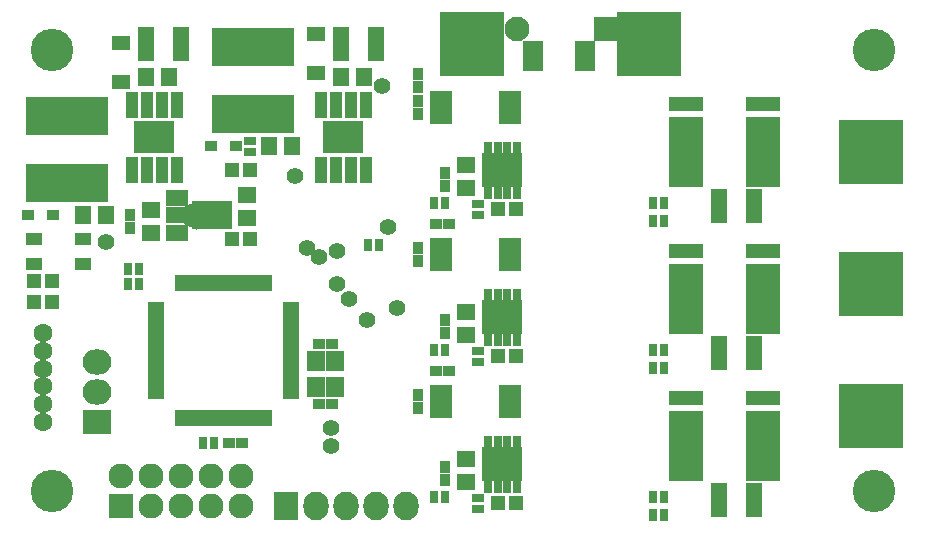
<source format=gts>
G04 #@! TF.FileFunction,Soldermask,Top*
%FSLAX46Y46*%
G04 Gerber Fmt 4.6, Leading zero omitted, Abs format (unit mm)*
G04 Created by KiCad (PCBNEW 4.0.4-stable) date Monday 19 December 2016 21:20:12*
%MOMM*%
%LPD*%
G01*
G04 APERTURE LIST*
%ADD10C,0.100000*%
%ADD11C,1.400000*%
%ADD12C,3.600000*%
%ADD13R,2.100000X2.100000*%
%ADD14C,2.100000*%
%ADD15R,5.400000X5.400000*%
%ADD16R,1.000000X0.800000*%
%ADD17R,1.000000X0.900000*%
%ADD18R,1.400000X2.900000*%
%ADD19R,1.200000X1.150000*%
%ADD20R,1.650000X1.400000*%
%ADD21R,0.900000X1.000000*%
%ADD22R,1.400000X1.650000*%
%ADD23R,1.197560X1.197560*%
%ADD24R,1.800000X2.500000*%
%ADD25R,1.620000X1.310000*%
%ADD26R,0.990000X0.850000*%
%ADD27R,7.000000X3.250000*%
%ADD28R,2.432000X2.127200*%
%ADD29O,2.432000X2.127200*%
%ADD30R,2.127200X2.127200*%
%ADD31O,2.127200X2.127200*%
%ADD32R,2.127200X2.432000*%
%ADD33O,2.127200X2.432000*%
%ADD34R,0.800000X1.000000*%
%ADD35R,1.450000X1.050000*%
%ADD36R,1.400000X0.650000*%
%ADD37R,0.650000X1.400000*%
%ADD38R,0.750000X1.050000*%
%ADD39R,3.400000X3.000000*%
%ADD40R,1.850000X0.850000*%
%ADD41R,1.010000X2.310000*%
%ADD42R,1.950000X1.605000*%
%ADD43R,1.901140X1.400760*%
%ADD44R,3.399740X2.398980*%
%ADD45R,1.600000X1.800000*%
%ADD46R,2.838400X5.988000*%
%ADD47R,2.838400X1.289000*%
%ADD48C,1.600000*%
G04 APERTURE END LIST*
D10*
D11*
X154432000Y-131826000D03*
X152908000Y-144272000D03*
X153416000Y-130556000D03*
X151892000Y-128270000D03*
X133858000Y-127000000D03*
X149860000Y-121412000D03*
X152908000Y-142748000D03*
X150876000Y-127508000D03*
X157734000Y-125730000D03*
X153416000Y-127762000D03*
X158496000Y-132588000D03*
X155956000Y-133604000D03*
X157226000Y-113792000D03*
D12*
X129286000Y-148082000D03*
X198882000Y-110744000D03*
X129286000Y-110744000D03*
D13*
X176156000Y-108966000D03*
D14*
X168656000Y-108966000D03*
D15*
X164846000Y-110236000D03*
X179832000Y-110236000D03*
D16*
X165354000Y-123756000D03*
X165354000Y-124656000D03*
D17*
X144230000Y-144018000D03*
X145330000Y-144018000D03*
D18*
X188698000Y-148844000D03*
X185698000Y-148844000D03*
D17*
X152950000Y-135636000D03*
X151850000Y-135636000D03*
X151850000Y-140716000D03*
X152950000Y-140716000D03*
D19*
X146038000Y-126746000D03*
X144538000Y-126746000D03*
D20*
X164338000Y-145304000D03*
X164338000Y-147304000D03*
X164338000Y-132858000D03*
X164338000Y-134858000D03*
X164338000Y-120412000D03*
X164338000Y-122412000D03*
D21*
X162560000Y-146008000D03*
X162560000Y-147108000D03*
X162560000Y-133562000D03*
X162560000Y-134662000D03*
X162560000Y-121116000D03*
X162560000Y-122216000D03*
D19*
X168517000Y-149098000D03*
X167017000Y-149098000D03*
X168517000Y-136652000D03*
X167017000Y-136652000D03*
X168517000Y-124206000D03*
X167017000Y-124206000D03*
D18*
X188698000Y-136398000D03*
X185698000Y-136398000D03*
X188698000Y-123952000D03*
X185698000Y-123952000D03*
D17*
X162856000Y-137922000D03*
X161756000Y-137922000D03*
D21*
X160274000Y-139912000D03*
X160274000Y-141012000D03*
D17*
X162856000Y-125476000D03*
X161756000Y-125476000D03*
D21*
X160274000Y-127466000D03*
X160274000Y-128566000D03*
X160274000Y-112734000D03*
X160274000Y-113834000D03*
X160274000Y-115020000D03*
X160274000Y-116120000D03*
D18*
X156694000Y-110236000D03*
X153694000Y-110236000D03*
X140184000Y-110236000D03*
X137184000Y-110236000D03*
D22*
X155686000Y-113030000D03*
X153686000Y-113030000D03*
X139176000Y-113030000D03*
X137176000Y-113030000D03*
D20*
X137668000Y-126222000D03*
X137668000Y-124222000D03*
D21*
X135890000Y-125772000D03*
X135890000Y-124672000D03*
D20*
X145796000Y-124952000D03*
X145796000Y-122952000D03*
D22*
X133842000Y-124714000D03*
X131842000Y-124714000D03*
X149590000Y-118872000D03*
X147590000Y-118872000D03*
D23*
X129273300Y-132080000D03*
X127774700Y-132080000D03*
X129273300Y-130302000D03*
X127774700Y-130302000D03*
D24*
X170012000Y-111252000D03*
X174412000Y-111252000D03*
D25*
X135128000Y-113395000D03*
X135128000Y-110125000D03*
X151638000Y-112633000D03*
X151638000Y-109363000D03*
D26*
X144819000Y-118872000D03*
X142709000Y-118872000D03*
X129325000Y-124714000D03*
X127215000Y-124714000D03*
D23*
X146037300Y-120904000D03*
X144538700Y-120904000D03*
D27*
X130556000Y-121951000D03*
X130556000Y-116301000D03*
X146304000Y-116109000D03*
X146304000Y-110459000D03*
D28*
X133096000Y-142240000D03*
D29*
X133096000Y-139700000D03*
X133096000Y-137160000D03*
D30*
X135128000Y-149352000D03*
D31*
X135128000Y-146812000D03*
X137668000Y-149352000D03*
X137668000Y-146812000D03*
X140208000Y-149352000D03*
X140208000Y-146812000D03*
X142748000Y-149352000D03*
X142748000Y-146812000D03*
X145288000Y-149352000D03*
X145288000Y-146812000D03*
D32*
X149098000Y-149352000D03*
D33*
X151638000Y-149352000D03*
X154178000Y-149352000D03*
X156718000Y-149352000D03*
X159258000Y-149352000D03*
D34*
X142944000Y-144018000D03*
X142044000Y-144018000D03*
X135694000Y-130556000D03*
X136594000Y-130556000D03*
X135694000Y-129286000D03*
X136594000Y-129286000D03*
X180144000Y-150114000D03*
X181044000Y-150114000D03*
X161602000Y-148590000D03*
X162502000Y-148590000D03*
X180144000Y-137668000D03*
X181044000Y-137668000D03*
X161602000Y-136144000D03*
X162502000Y-136144000D03*
X180144000Y-125222000D03*
X181044000Y-125222000D03*
X161602000Y-123698000D03*
X162502000Y-123698000D03*
X181044000Y-148590000D03*
X180144000Y-148590000D03*
D16*
X165354000Y-148648000D03*
X165354000Y-149548000D03*
D34*
X181044000Y-136144000D03*
X180144000Y-136144000D03*
D16*
X165354000Y-136202000D03*
X165354000Y-137102000D03*
D34*
X181044000Y-123698000D03*
X180144000Y-123698000D03*
D16*
X146050000Y-118422000D03*
X146050000Y-119322000D03*
D35*
X127719000Y-126687000D03*
X131869000Y-126687000D03*
X131869000Y-128837000D03*
X127719000Y-128837000D03*
D36*
X149464000Y-139894000D03*
X149464000Y-139394000D03*
X149464000Y-138894000D03*
X149464000Y-138394000D03*
X149464000Y-137894000D03*
X149464000Y-137394000D03*
X149464000Y-136894000D03*
X149464000Y-136394000D03*
X149464000Y-135894000D03*
X149464000Y-135394000D03*
X149464000Y-134894000D03*
X149464000Y-134394000D03*
X149464000Y-133894000D03*
X149464000Y-133394000D03*
X149464000Y-132894000D03*
X149464000Y-132394000D03*
D37*
X147514000Y-130444000D03*
X147014000Y-130444000D03*
X146514000Y-130444000D03*
X146014000Y-130444000D03*
X145514000Y-130444000D03*
X145014000Y-130444000D03*
X144514000Y-130444000D03*
X144014000Y-130444000D03*
X143514000Y-130444000D03*
X143014000Y-130444000D03*
X142514000Y-130444000D03*
X142014000Y-130444000D03*
X141514000Y-130444000D03*
X141014000Y-130444000D03*
X140514000Y-130444000D03*
X140014000Y-130444000D03*
D36*
X138064000Y-132394000D03*
X138064000Y-132894000D03*
X138064000Y-133394000D03*
X138064000Y-133894000D03*
X138064000Y-134394000D03*
X138064000Y-134894000D03*
X138064000Y-135394000D03*
X138064000Y-135894000D03*
X138064000Y-136394000D03*
X138064000Y-136894000D03*
X138064000Y-137394000D03*
X138064000Y-137894000D03*
X138064000Y-138394000D03*
X138064000Y-138894000D03*
X138064000Y-139394000D03*
X138064000Y-139894000D03*
D37*
X140014000Y-141844000D03*
X140514000Y-141844000D03*
X141014000Y-141844000D03*
X141514000Y-141844000D03*
X142014000Y-141844000D03*
X142514000Y-141844000D03*
X143014000Y-141844000D03*
X143514000Y-141844000D03*
X144014000Y-141844000D03*
X144514000Y-141844000D03*
X145014000Y-141844000D03*
X145514000Y-141844000D03*
X146014000Y-141844000D03*
X146514000Y-141844000D03*
X147014000Y-141844000D03*
X147514000Y-141844000D03*
D38*
X166186000Y-147696000D03*
D39*
X167386000Y-145796000D03*
D38*
X166986000Y-147696000D03*
X167786000Y-147696000D03*
X168586000Y-147696000D03*
X168586000Y-143896000D03*
X167786000Y-143896000D03*
X166986000Y-143896000D03*
X166186000Y-143896000D03*
X166186000Y-135250000D03*
D39*
X167386000Y-133350000D03*
D38*
X166986000Y-135250000D03*
X167786000Y-135250000D03*
X168586000Y-135250000D03*
X168586000Y-131450000D03*
X167786000Y-131450000D03*
X166986000Y-131450000D03*
X166186000Y-131450000D03*
X166186000Y-122804000D03*
D39*
X167386000Y-120904000D03*
D38*
X166986000Y-122804000D03*
X167786000Y-122804000D03*
X168586000Y-122804000D03*
X168586000Y-119004000D03*
X167786000Y-119004000D03*
X166986000Y-119004000D03*
X166186000Y-119004000D03*
D40*
X168050000Y-141437000D03*
X168050000Y-140787000D03*
X168050000Y-140137000D03*
X168050000Y-139487000D03*
X162150000Y-139487000D03*
X162150000Y-140137000D03*
X162150000Y-140787000D03*
X162150000Y-141437000D03*
X168050000Y-128991000D03*
X168050000Y-128341000D03*
X168050000Y-127691000D03*
X168050000Y-127041000D03*
X162150000Y-127041000D03*
X162150000Y-127691000D03*
X162150000Y-128341000D03*
X162150000Y-128991000D03*
X168050000Y-116545000D03*
X168050000Y-115895000D03*
X168050000Y-115245000D03*
X168050000Y-114595000D03*
X162150000Y-114595000D03*
X162150000Y-115245000D03*
X162150000Y-115895000D03*
X162150000Y-116545000D03*
D41*
X136017000Y-120890000D03*
X137287000Y-120890000D03*
X138557000Y-120890000D03*
X139827000Y-120890000D03*
X139827000Y-115330000D03*
X138557000Y-115330000D03*
X137287000Y-115330000D03*
X136017000Y-115330000D03*
D42*
X138697000Y-117507500D03*
X137147000Y-117507500D03*
X138697000Y-118712500D03*
X137147000Y-118712500D03*
D43*
X139880340Y-123212860D03*
X139880340Y-124714000D03*
X139880340Y-126215140D03*
D44*
X142831820Y-124714000D03*
D10*
G36*
X141557350Y-125914760D02*
X140408050Y-125414380D01*
X140408050Y-124013620D01*
X141557350Y-123513240D01*
X141557350Y-125914760D01*
X141557350Y-125914760D01*
G37*
D41*
X152019000Y-120890000D03*
X153289000Y-120890000D03*
X154559000Y-120890000D03*
X155829000Y-120890000D03*
X155829000Y-115330000D03*
X154559000Y-115330000D03*
X153289000Y-115330000D03*
X152019000Y-115330000D03*
D42*
X154699000Y-117507500D03*
X153149000Y-117507500D03*
X154699000Y-118712500D03*
X153149000Y-118712500D03*
D45*
X151600000Y-137076000D03*
X151600000Y-139276000D03*
X153200000Y-137076000D03*
X153200000Y-139276000D03*
D15*
X198628000Y-141732000D03*
X198628000Y-130556000D03*
X198628000Y-119380000D03*
D12*
X198882000Y-148082000D03*
D46*
X182943500Y-144272000D03*
X189420500Y-144272000D03*
D47*
X182943500Y-140144500D03*
X189420500Y-140144500D03*
D46*
X182943500Y-131826000D03*
X189420500Y-131826000D03*
D47*
X182943500Y-127698500D03*
X189420500Y-127698500D03*
D46*
X182943500Y-119380000D03*
X189420500Y-119380000D03*
D47*
X182943500Y-115252500D03*
X189420500Y-115252500D03*
D48*
X128524000Y-137680000D03*
X128524000Y-139180000D03*
X128524000Y-140680000D03*
X128524000Y-142180000D03*
X128524000Y-136180000D03*
X128524000Y-134680000D03*
D34*
X156014000Y-127254000D03*
X156914000Y-127254000D03*
M02*

</source>
